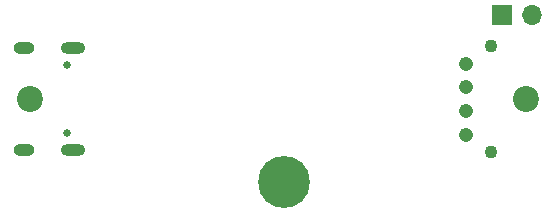
<source format=gbr>
%TF.GenerationSoftware,KiCad,Pcbnew,7.0.5*%
%TF.CreationDate,2024-01-08T00:08:43+01:00*%
%TF.ProjectId,can-usb-dongle,63616e2d-7573-4622-9d64-6f6e676c652e,rev?*%
%TF.SameCoordinates,Original*%
%TF.FileFunction,Soldermask,Bot*%
%TF.FilePolarity,Negative*%
%FSLAX46Y46*%
G04 Gerber Fmt 4.6, Leading zero omitted, Abs format (unit mm)*
G04 Created by KiCad (PCBNEW 7.0.5) date 2024-01-08 00:08:43*
%MOMM*%
%LPD*%
G01*
G04 APERTURE LIST*
%ADD10C,2.200000*%
%ADD11C,1.100000*%
%ADD12C,1.208000*%
%ADD13C,0.650000*%
%ADD14O,2.100000X1.000000*%
%ADD15O,1.800000X1.000000*%
%ADD16R,1.700000X1.700000*%
%ADD17O,1.700000X1.700000*%
%ADD18C,4.400000*%
G04 APERTURE END LIST*
D10*
%TO.C,H2*%
X22500000Y-40000000D03*
%TD*%
D11*
%TO.C,J2*%
X61492000Y-35500000D03*
X61492000Y-44500000D03*
D12*
X59392000Y-43000000D03*
X59392000Y-41000000D03*
X59392000Y-39000000D03*
X59392000Y-37000000D03*
%TD*%
D10*
%TO.C,H3*%
X64500000Y-40000000D03*
%TD*%
D13*
%TO.C,J1*%
X25662000Y-37110000D03*
X25662000Y-42890000D03*
D14*
X26162000Y-35680000D03*
D15*
X21982000Y-35680000D03*
D14*
X26162000Y-44320000D03*
D15*
X21982000Y-44320000D03*
%TD*%
D16*
%TO.C,JP1*%
X62499000Y-32860000D03*
D17*
X65039000Y-32860000D03*
%TD*%
D18*
%TO.C,H1*%
X44000000Y-47000000D03*
%TD*%
M02*

</source>
